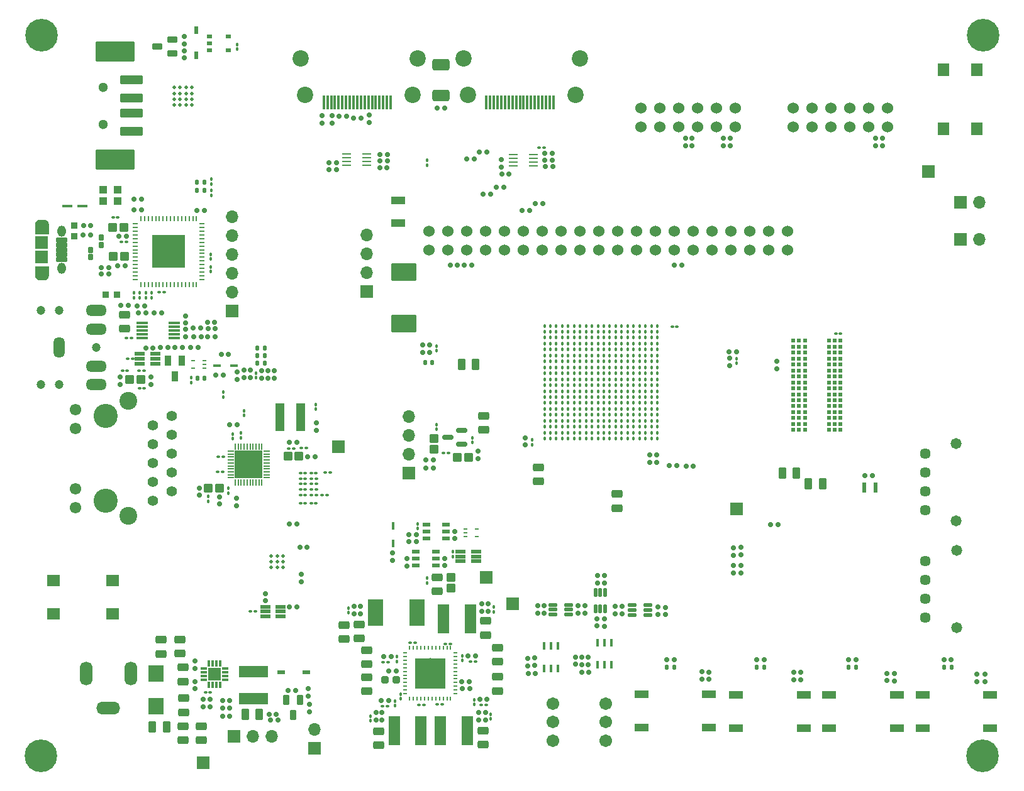
<source format=gts>
G04 #@! TF.GenerationSoftware,KiCad,Pcbnew,8.0.8*
G04 #@! TF.CreationDate,2025-12-16T16:02:55-05:00*
G04 #@! TF.ProjectId,FPGA-BOARD,46504741-2d42-44f4-9152-442e6b696361,rev?*
G04 #@! TF.SameCoordinates,Original*
G04 #@! TF.FileFunction,Soldermask,Top*
G04 #@! TF.FilePolarity,Negative*
%FSLAX46Y46*%
G04 Gerber Fmt 4.6, Leading zero omitted, Abs format (unit mm)*
G04 Created by KiCad (PCBNEW 8.0.8) date 2025-12-16 16:02:55*
%MOMM*%
%LPD*%
G01*
G04 APERTURE LIST*
G04 Aperture macros list*
%AMRoundRect*
0 Rectangle with rounded corners*
0 $1 Rounding radius*
0 $2 $3 $4 $5 $6 $7 $8 $9 X,Y pos of 4 corners*
0 Add a 4 corners polygon primitive as box body*
4,1,4,$2,$3,$4,$5,$6,$7,$8,$9,$2,$3,0*
0 Add four circle primitives for the rounded corners*
1,1,$1+$1,$2,$3*
1,1,$1+$1,$4,$5*
1,1,$1+$1,$6,$7*
1,1,$1+$1,$8,$9*
0 Add four rect primitives between the rounded corners*
20,1,$1+$1,$2,$3,$4,$5,0*
20,1,$1+$1,$4,$5,$6,$7,0*
20,1,$1+$1,$6,$7,$8,$9,0*
20,1,$1+$1,$8,$9,$2,$3,0*%
G04 Aperture macros list end*
%ADD10C,0.010000*%
%ADD11RoundRect,0.101750X0.590250X0.305250X-0.590250X0.305250X-0.590250X-0.305250X0.590250X-0.305250X0*%
%ADD12RoundRect,0.100000X0.100000X-0.130000X0.100000X0.130000X-0.100000X0.130000X-0.100000X-0.130000X0*%
%ADD13RoundRect,0.147500X0.147500X0.172500X-0.147500X0.172500X-0.147500X-0.172500X0.147500X-0.172500X0*%
%ADD14RoundRect,0.159000X0.189000X-0.159000X0.189000X0.159000X-0.189000X0.159000X-0.189000X-0.159000X0*%
%ADD15RoundRect,0.100000X0.130000X0.100000X-0.130000X0.100000X-0.130000X-0.100000X0.130000X-0.100000X0*%
%ADD16RoundRect,0.159000X-0.159000X-0.189000X0.159000X-0.189000X0.159000X0.189000X-0.159000X0.189000X0*%
%ADD17RoundRect,0.100000X-0.130000X-0.100000X0.130000X-0.100000X0.130000X0.100000X-0.130000X0.100000X0*%
%ADD18RoundRect,0.159000X0.159000X0.189000X-0.159000X0.189000X-0.159000X-0.189000X0.159000X-0.189000X0*%
%ADD19RoundRect,0.147500X-0.147500X-0.172500X0.147500X-0.172500X0.147500X0.172500X-0.147500X0.172500X0*%
%ADD20C,4.400000*%
%ADD21RoundRect,0.102000X0.584200X0.177800X-0.584200X0.177800X-0.584200X-0.177800X0.584200X-0.177800X0*%
%ADD22RoundRect,0.159000X-0.189000X0.159000X-0.189000X-0.159000X0.189000X-0.159000X0.189000X0.159000X0*%
%ADD23RoundRect,0.100000X-0.100000X0.130000X-0.100000X-0.130000X0.100000X-0.130000X0.100000X0.130000X0*%
%ADD24R,1.900000X1.000000*%
%ADD25R,1.700000X1.700000*%
%ADD26RoundRect,0.269000X-0.494000X0.269000X-0.494000X-0.269000X0.494000X-0.269000X0.494000X0.269000X0*%
%ADD27R,0.457200X1.117600*%
%ADD28RoundRect,0.102000X0.485000X-0.500000X0.485000X0.500000X-0.485000X0.500000X-0.485000X-0.500000X0*%
%ADD29R,1.168400X0.254000*%
%ADD30O,1.700000X1.700000*%
%ADD31R,1.100000X1.000000*%
%ADD32R,0.609600X1.447800*%
%ADD33RoundRect,0.102000X-0.925000X-1.700000X0.925000X-1.700000X0.925000X1.700000X-0.925000X1.700000X0*%
%ADD34RoundRect,0.100500X-0.301500X0.616500X-0.301500X-0.616500X0.301500X-0.616500X0.301500X0.616500X0*%
%ADD35O,0.240000X0.599999*%
%ADD36O,0.599999X0.240000*%
%ADD37R,4.099999X4.099999*%
%ADD38C,0.499999*%
%ADD39R,0.450800X1.111200*%
%ADD40R,0.508000X0.279400*%
%ADD41RoundRect,0.102000X0.500000X0.485000X-0.500000X0.485000X-0.500000X-0.485000X0.500000X-0.485000X0*%
%ADD42R,2.150000X2.200000*%
%ADD43RoundRect,0.102000X0.150000X0.500000X-0.150000X0.500000X-0.150000X-0.500000X0.150000X-0.500000X0*%
%ADD44R,1.111200X0.450800*%
%ADD45RoundRect,0.102000X0.775000X0.650000X-0.775000X0.650000X-0.775000X-0.650000X0.775000X-0.650000X0*%
%ADD46R,1.905000X0.990600*%
%ADD47RoundRect,0.102000X-0.250000X0.300000X-0.250000X-0.300000X0.250000X-0.300000X0.250000X0.300000X0*%
%ADD48RoundRect,0.269000X0.269000X0.494000X-0.269000X0.494000X-0.269000X-0.494000X0.269000X-0.494000X0*%
%ADD49C,0.614000*%
%ADD50C,1.300000*%
%ADD51RoundRect,0.022080X-1.479920X0.529920X-1.479920X-0.529920X1.479920X-0.529920X1.479920X0.529920X0*%
%ADD52RoundRect,0.102000X-2.500000X1.250000X-2.500000X-1.250000X2.500000X-1.250000X2.500000X1.250000X0*%
%ADD53RoundRect,0.269000X0.494000X-0.269000X0.494000X0.269000X-0.494000X0.269000X-0.494000X-0.269000X0*%
%ADD54R,1.498600X3.987800*%
%ADD55C,1.524000*%
%ADD56R,1.016000X0.508000*%
%ADD57C,1.712000*%
%ADD58RoundRect,0.102000X-0.500000X-0.485000X0.500000X-0.485000X0.500000X0.485000X-0.500000X0.485000X0*%
%ADD59RoundRect,0.150000X0.587500X0.150000X-0.587500X0.150000X-0.587500X-0.150000X0.587500X-0.150000X0*%
%ADD60R,0.812800X0.203200*%
%ADD61R,0.203200X0.812800*%
%ADD62R,3.708400X3.708400*%
%ADD63R,0.300000X1.900000*%
%ADD64C,2.199000*%
%ADD65RoundRect,0.102000X0.250000X-0.300000X0.250000X0.300000X-0.250000X0.300000X-0.250000X-0.300000X0*%
%ADD66RoundRect,0.102000X0.650000X-0.775000X0.650000X0.775000X-0.650000X0.775000X-0.650000X-0.775000X0*%
%ADD67RoundRect,0.269000X-0.269000X-0.494000X0.269000X-0.494000X0.269000X0.494000X-0.269000X0.494000X0*%
%ADD68C,3.250000*%
%ADD69C,1.400000*%
%ADD70C,1.550000*%
%ADD71C,2.400000*%
%ADD72C,0.457200*%
%ADD73R,0.754800X0.254000*%
%ADD74R,0.254000X0.754800*%
%ADD75R,4.445000X4.445000*%
%ADD76R,0.965200X0.939800*%
%ADD77R,0.977900X0.558800*%
%ADD78C,1.447800*%
%ADD79C,1.473200*%
%ADD80R,1.111200X0.600800*%
%ADD81RoundRect,0.101750X-0.305250X0.590250X-0.305250X-0.590250X0.305250X-0.590250X0.305250X0.590250X0*%
%ADD82R,0.600800X1.111200*%
%ADD83R,1.358900X0.457200*%
%ADD84R,1.524000X0.330200*%
%ADD85RoundRect,0.102000X0.500000X-0.150000X0.500000X0.150000X-0.500000X0.150000X-0.500000X-0.150000X0*%
%ADD86O,1.712000X3.220000*%
%ADD87O,3.220000X1.712000*%
%ADD88R,0.800001X0.549999*%
%ADD89C,1.200000*%
%ADD90O,1.512000X2.820000*%
%ADD91O,2.820000X1.512000*%
%ADD92RoundRect,0.102000X-0.675000X0.200000X-0.675000X-0.200000X0.675000X-0.200000X0.675000X0.200000X0*%
%ADD93RoundRect,0.102000X-0.775000X0.750000X-0.775000X-0.750000X0.775000X-0.750000X0.775000X0.750000X0*%
%ADD94O,1.154000X1.504000*%
%ADD95R,0.939800X0.965200*%
%ADD96RoundRect,0.244000X0.244000X0.269000X-0.244000X0.269000X-0.244000X-0.269000X0.244000X-0.269000X0*%
%ADD97RoundRect,0.032500X0.397500X0.097500X-0.397500X0.097500X-0.397500X-0.097500X0.397500X-0.097500X0*%
%ADD98RoundRect,0.032500X0.097500X0.397500X-0.097500X0.397500X-0.097500X-0.397500X0.097500X-0.397500X0*%
%ADD99R,1.680000X1.680000*%
%ADD100RoundRect,0.249999X0.900001X-0.525001X0.900001X0.525001X-0.900001X0.525001X-0.900001X-0.525001X0*%
%ADD101R,3.987800X1.498600*%
%ADD102R,1.200000X3.700000*%
%ADD103RoundRect,0.102000X1.560000X-1.125000X1.560000X1.125000X-1.560000X1.125000X-1.560000X-1.125000X0*%
%ADD104C,0.508000*%
G04 APERTURE END LIST*
D10*
X75936000Y-75006000D02*
X75968000Y-75008000D01*
X75999000Y-75012000D01*
X76030000Y-75018000D01*
X76060000Y-75025000D01*
X76090000Y-75034000D01*
X76120000Y-75045000D01*
X76149000Y-75057000D01*
X76177000Y-75070000D01*
X76205000Y-75085000D01*
X76232000Y-75102000D01*
X76258000Y-75120000D01*
X76283000Y-75139000D01*
X76306000Y-75159000D01*
X76329000Y-75181000D01*
X76351000Y-75204000D01*
X76371000Y-75227000D01*
X76390000Y-75252000D01*
X76408000Y-75278000D01*
X76425000Y-75305000D01*
X76440000Y-75333000D01*
X76453000Y-75361000D01*
X76465000Y-75390000D01*
X76476000Y-75420000D01*
X76485000Y-75450000D01*
X76492000Y-75480000D01*
X76498000Y-75511000D01*
X76502000Y-75542000D01*
X76504000Y-75574000D01*
X76505000Y-75605000D01*
X76505000Y-76850000D01*
X74755000Y-76850000D01*
X74755000Y-75605000D01*
X74756000Y-75574000D01*
X74758000Y-75542000D01*
X74762000Y-75511000D01*
X74768000Y-75480000D01*
X74775000Y-75450000D01*
X74784000Y-75420000D01*
X74795000Y-75390000D01*
X74807000Y-75361000D01*
X74820000Y-75333000D01*
X74835000Y-75305000D01*
X74852000Y-75278000D01*
X74870000Y-75252000D01*
X74889000Y-75227000D01*
X74909000Y-75204000D01*
X74931000Y-75181000D01*
X74954000Y-75159000D01*
X74977000Y-75139000D01*
X75002000Y-75120000D01*
X75028000Y-75102000D01*
X75055000Y-75085000D01*
X75083000Y-75070000D01*
X75111000Y-75057000D01*
X75140000Y-75045000D01*
X75170000Y-75034000D01*
X75200000Y-75025000D01*
X75230000Y-75018000D01*
X75261000Y-75012000D01*
X75292000Y-75008000D01*
X75324000Y-75006000D01*
X75355000Y-75005000D01*
X75905000Y-75005000D01*
X75936000Y-75006000D01*
G36*
X75936000Y-75006000D02*
G01*
X75968000Y-75008000D01*
X75999000Y-75012000D01*
X76030000Y-75018000D01*
X76060000Y-75025000D01*
X76090000Y-75034000D01*
X76120000Y-75045000D01*
X76149000Y-75057000D01*
X76177000Y-75070000D01*
X76205000Y-75085000D01*
X76232000Y-75102000D01*
X76258000Y-75120000D01*
X76283000Y-75139000D01*
X76306000Y-75159000D01*
X76329000Y-75181000D01*
X76351000Y-75204000D01*
X76371000Y-75227000D01*
X76390000Y-75252000D01*
X76408000Y-75278000D01*
X76425000Y-75305000D01*
X76440000Y-75333000D01*
X76453000Y-75361000D01*
X76465000Y-75390000D01*
X76476000Y-75420000D01*
X76485000Y-75450000D01*
X76492000Y-75480000D01*
X76498000Y-75511000D01*
X76502000Y-75542000D01*
X76504000Y-75574000D01*
X76505000Y-75605000D01*
X76505000Y-76850000D01*
X74755000Y-76850000D01*
X74755000Y-75605000D01*
X74756000Y-75574000D01*
X74758000Y-75542000D01*
X74762000Y-75511000D01*
X74768000Y-75480000D01*
X74775000Y-75450000D01*
X74784000Y-75420000D01*
X74795000Y-75390000D01*
X74807000Y-75361000D01*
X74820000Y-75333000D01*
X74835000Y-75305000D01*
X74852000Y-75278000D01*
X74870000Y-75252000D01*
X74889000Y-75227000D01*
X74909000Y-75204000D01*
X74931000Y-75181000D01*
X74954000Y-75159000D01*
X74977000Y-75139000D01*
X75002000Y-75120000D01*
X75028000Y-75102000D01*
X75055000Y-75085000D01*
X75083000Y-75070000D01*
X75111000Y-75057000D01*
X75140000Y-75045000D01*
X75170000Y-75034000D01*
X75200000Y-75025000D01*
X75230000Y-75018000D01*
X75261000Y-75012000D01*
X75292000Y-75008000D01*
X75324000Y-75006000D01*
X75355000Y-75005000D01*
X75905000Y-75005000D01*
X75936000Y-75006000D01*
G37*
X76505000Y-82495000D02*
X76504000Y-82526000D01*
X76502000Y-82558000D01*
X76498000Y-82589000D01*
X76492000Y-82620000D01*
X76485000Y-82650000D01*
X76476000Y-82680000D01*
X76465000Y-82710000D01*
X76453000Y-82739000D01*
X76440000Y-82767000D01*
X76425000Y-82795000D01*
X76408000Y-82822000D01*
X76390000Y-82848000D01*
X76371000Y-82873000D01*
X76351000Y-82896000D01*
X76329000Y-82919000D01*
X76306000Y-82941000D01*
X76283000Y-82961000D01*
X76258000Y-82980000D01*
X76232000Y-82998000D01*
X76205000Y-83015000D01*
X76177000Y-83030000D01*
X76149000Y-83043000D01*
X76120000Y-83055000D01*
X76090000Y-83066000D01*
X76060000Y-83075000D01*
X76030000Y-83082000D01*
X75999000Y-83088000D01*
X75968000Y-83092000D01*
X75936000Y-83094000D01*
X75905000Y-83095000D01*
X75355000Y-83095000D01*
X75324000Y-83094000D01*
X75292000Y-83092000D01*
X75261000Y-83088000D01*
X75230000Y-83082000D01*
X75200000Y-83075000D01*
X75170000Y-83066000D01*
X75140000Y-83055000D01*
X75111000Y-83043000D01*
X75083000Y-83030000D01*
X75055000Y-83015000D01*
X75028000Y-82998000D01*
X75002000Y-82980000D01*
X74977000Y-82961000D01*
X74954000Y-82941000D01*
X74931000Y-82919000D01*
X74909000Y-82896000D01*
X74889000Y-82873000D01*
X74870000Y-82848000D01*
X74852000Y-82822000D01*
X74835000Y-82795000D01*
X74820000Y-82767000D01*
X74807000Y-82739000D01*
X74795000Y-82710000D01*
X74784000Y-82680000D01*
X74775000Y-82650000D01*
X74768000Y-82620000D01*
X74762000Y-82589000D01*
X74758000Y-82558000D01*
X74756000Y-82526000D01*
X74755000Y-82495000D01*
X74755000Y-81250000D01*
X76505000Y-81250000D01*
X76505000Y-82495000D01*
G36*
X76505000Y-82495000D02*
G01*
X76504000Y-82526000D01*
X76502000Y-82558000D01*
X76498000Y-82589000D01*
X76492000Y-82620000D01*
X76485000Y-82650000D01*
X76476000Y-82680000D01*
X76465000Y-82710000D01*
X76453000Y-82739000D01*
X76440000Y-82767000D01*
X76425000Y-82795000D01*
X76408000Y-82822000D01*
X76390000Y-82848000D01*
X76371000Y-82873000D01*
X76351000Y-82896000D01*
X76329000Y-82919000D01*
X76306000Y-82941000D01*
X76283000Y-82961000D01*
X76258000Y-82980000D01*
X76232000Y-82998000D01*
X76205000Y-83015000D01*
X76177000Y-83030000D01*
X76149000Y-83043000D01*
X76120000Y-83055000D01*
X76090000Y-83066000D01*
X76060000Y-83075000D01*
X76030000Y-83082000D01*
X75999000Y-83088000D01*
X75968000Y-83092000D01*
X75936000Y-83094000D01*
X75905000Y-83095000D01*
X75355000Y-83095000D01*
X75324000Y-83094000D01*
X75292000Y-83092000D01*
X75261000Y-83088000D01*
X75230000Y-83082000D01*
X75200000Y-83075000D01*
X75170000Y-83066000D01*
X75140000Y-83055000D01*
X75111000Y-83043000D01*
X75083000Y-83030000D01*
X75055000Y-83015000D01*
X75028000Y-82998000D01*
X75002000Y-82980000D01*
X74977000Y-82961000D01*
X74954000Y-82941000D01*
X74931000Y-82919000D01*
X74909000Y-82896000D01*
X74889000Y-82873000D01*
X74870000Y-82848000D01*
X74852000Y-82822000D01*
X74835000Y-82795000D01*
X74820000Y-82767000D01*
X74807000Y-82739000D01*
X74795000Y-82710000D01*
X74784000Y-82680000D01*
X74775000Y-82650000D01*
X74768000Y-82620000D01*
X74762000Y-82589000D01*
X74758000Y-82558000D01*
X74756000Y-82526000D01*
X74755000Y-82495000D01*
X74755000Y-81250000D01*
X76505000Y-81250000D01*
X76505000Y-82495000D01*
G37*
D11*
X93222500Y-52572500D03*
X93222500Y-50742500D03*
X91172500Y-51657500D03*
D12*
X136100000Y-142270000D03*
X136100000Y-141630000D03*
D13*
X97510000Y-69980000D03*
X96540000Y-69980000D03*
D14*
X159560000Y-128225000D03*
X159560000Y-127225000D03*
D15*
X111095000Y-109875000D03*
X110455000Y-109875000D03*
D12*
X102890000Y-101400000D03*
X102890000Y-100760000D03*
D16*
X97980000Y-90750000D03*
X98980000Y-90750000D03*
D17*
X110465000Y-111375000D03*
X111105000Y-111375000D03*
D16*
X128870000Y-59990000D03*
X129870000Y-59990000D03*
D17*
X113380000Y-112125000D03*
X114020000Y-112125000D03*
D18*
X144375000Y-66025000D03*
X143375000Y-66025000D03*
D19*
X104665000Y-92340000D03*
X105635000Y-92340000D03*
D20*
X202250000Y-147250000D03*
D21*
X134116400Y-121035400D03*
X134116400Y-120375000D03*
X134116400Y-119714600D03*
X132033600Y-119714600D03*
X132033600Y-120375000D03*
X132033600Y-121035400D03*
D18*
X98920000Y-88830000D03*
X97920000Y-88830000D03*
D17*
X111915000Y-109125000D03*
X112555000Y-109125000D03*
D13*
X128220000Y-94230000D03*
X127250000Y-94230000D03*
D22*
X114750000Y-60975000D03*
X114750000Y-61975000D03*
D14*
X150360000Y-129750000D03*
X150360000Y-128750000D03*
D23*
X98370000Y-81340000D03*
X98370000Y-81980000D03*
D19*
X184240000Y-135301849D03*
X185210000Y-135301849D03*
D12*
X112500000Y-100540000D03*
X112500000Y-99900000D03*
D24*
X123600000Y-72425000D03*
X123600000Y-75425000D03*
D23*
X169140000Y-93725000D03*
X169140000Y-94365000D03*
D14*
X95010000Y-88940000D03*
X95010000Y-87940000D03*
X174600000Y-95100000D03*
X174600000Y-94100000D03*
D18*
X89090000Y-73660000D03*
X88090000Y-73660000D03*
D25*
X135450000Y-123170000D03*
D15*
X130345000Y-106475000D03*
X129705000Y-106475000D03*
D26*
X135000000Y-143850000D03*
X135000000Y-145750000D03*
X137000000Y-136600000D03*
X137000000Y-138500000D03*
X116300000Y-129600000D03*
X116300000Y-131500000D03*
D18*
X92650000Y-92220000D03*
X91650000Y-92220000D03*
D27*
X143246698Y-135451900D03*
X144196699Y-135451900D03*
X145146700Y-135451900D03*
X145146700Y-132454700D03*
X144196699Y-132454700D03*
X143246698Y-132454700D03*
D16*
X111435000Y-106970000D03*
X112435000Y-106970000D03*
D17*
X182520000Y-90360000D03*
X183160000Y-90360000D03*
D18*
X187450000Y-109475000D03*
X186450000Y-109475000D03*
D14*
X164475000Y-136926849D03*
X164475000Y-135926849D03*
D18*
X86880000Y-81210000D03*
X85880000Y-81210000D03*
D14*
X153785000Y-128100000D03*
X153785000Y-127100000D03*
D28*
X128425000Y-105920000D03*
X128425000Y-104450000D03*
D29*
X116656800Y-66149999D03*
X116656800Y-66650000D03*
X116656800Y-67150000D03*
X116656800Y-67650001D03*
X119400000Y-67650001D03*
X119400000Y-67150000D03*
X119400000Y-66650000D03*
X119400000Y-66149999D03*
D14*
X190400000Y-137151849D03*
X190400000Y-136151849D03*
D18*
X133190000Y-137280000D03*
X132190000Y-137280000D03*
D22*
X168775000Y-119200000D03*
X168775000Y-120200000D03*
D25*
X199325000Y-72675000D03*
D30*
X201865000Y-72675000D03*
D23*
X98060000Y-112280000D03*
X98060000Y-112920000D03*
D26*
X153110000Y-111960000D03*
X153110000Y-113860000D03*
D31*
X85830000Y-70980000D03*
X83930000Y-70980000D03*
X83930000Y-72480000D03*
X85830000Y-72480000D03*
D17*
X88790000Y-97740000D03*
X89430000Y-97740000D03*
D16*
X143375000Y-66950000D03*
X144375000Y-66950000D03*
D12*
X127490000Y-67650000D03*
X127490000Y-67010000D03*
D14*
X141071699Y-135128300D03*
X141071699Y-134128300D03*
D17*
X108910000Y-105810000D03*
X109550000Y-105810000D03*
D32*
X187908000Y-111125000D03*
X186307800Y-111125000D03*
D12*
X132250000Y-134420000D03*
X132250000Y-133780000D03*
D25*
X139000000Y-126800000D03*
D33*
X120590000Y-127970000D03*
X126140000Y-127970000D03*
D34*
X94512500Y-94030000D03*
X92612500Y-94030000D03*
X93562500Y-96150000D03*
D14*
X177825000Y-137026849D03*
X177825000Y-136026849D03*
D35*
X130675001Y-132724999D03*
X130175002Y-132724999D03*
X129675000Y-132724999D03*
X129175001Y-132724999D03*
X128674999Y-132724999D03*
X128175001Y-132724999D03*
X127675001Y-132724999D03*
X127175000Y-132724999D03*
X126675001Y-132724999D03*
X126174999Y-132724999D03*
X125675000Y-132724999D03*
X125175001Y-132724999D03*
D36*
X124525000Y-133375000D03*
X124525000Y-133874999D03*
X124525000Y-134375001D03*
X124525000Y-134875000D03*
X124525000Y-135375002D03*
X124525000Y-135875000D03*
X124525000Y-136375000D03*
X124525000Y-136875001D03*
X124525000Y-137375000D03*
X124525000Y-137875002D03*
X124525000Y-138375001D03*
X124525000Y-138875000D03*
D35*
X125175001Y-139525001D03*
X125675000Y-139525001D03*
X126174999Y-139525001D03*
X126675001Y-139525001D03*
X127175000Y-139525001D03*
X127675001Y-139525001D03*
X128175001Y-139525001D03*
X128674999Y-139525001D03*
X129175001Y-139525001D03*
X129675000Y-139525001D03*
X130175002Y-139525001D03*
X130675001Y-139525001D03*
D36*
X131325002Y-138875000D03*
X131325002Y-138375001D03*
X131325002Y-137875002D03*
X131325002Y-137375000D03*
X131325002Y-136875001D03*
X131325002Y-136375000D03*
X131325002Y-135875000D03*
X131325002Y-135375002D03*
X131325002Y-134875000D03*
X131325002Y-134375001D03*
X131325002Y-133874999D03*
X131325002Y-133375000D03*
D37*
X127925001Y-136125000D03*
D38*
X127925001Y-134325001D03*
X127925001Y-135424999D03*
X129725000Y-136125000D03*
X128625002Y-136125000D03*
X127225000Y-136125000D03*
X126125002Y-136125000D03*
X127925001Y-136825001D03*
X127925001Y-137924999D03*
D23*
X88035000Y-84860000D03*
X88035000Y-85500000D03*
D39*
X122900000Y-116300000D03*
X122900000Y-118600000D03*
D18*
X94590000Y-92230000D03*
X93590000Y-92230000D03*
X107220000Y-141630000D03*
X106220000Y-141630000D03*
D22*
X120650000Y-141400000D03*
X120650000Y-142400000D03*
D16*
X143400000Y-67850000D03*
X144400000Y-67850000D03*
D40*
X97524300Y-95000126D03*
X97524300Y-94500000D03*
X97524300Y-93999874D03*
X96025700Y-93999874D03*
X96025700Y-95000126D03*
D41*
X133075000Y-107050000D03*
X131605000Y-107050000D03*
D18*
X161140000Y-108160000D03*
X160140000Y-108160000D03*
X115275000Y-67325000D03*
X114275000Y-67325000D03*
X138550000Y-68875000D03*
X137550000Y-68875000D03*
D17*
X85230000Y-74670000D03*
X85870000Y-74670000D03*
X125240000Y-131980000D03*
X125880000Y-131980000D03*
D42*
X91035000Y-136130000D03*
X91035000Y-140530000D03*
D22*
X135700000Y-126800000D03*
X135700000Y-127800000D03*
D15*
X87130000Y-95380000D03*
X86490000Y-95380000D03*
D14*
X187875000Y-65025000D03*
X187875000Y-64025000D03*
D23*
X104460000Y-95670000D03*
X104460000Y-96310000D03*
D43*
X151485000Y-125245000D03*
X150825000Y-125245000D03*
X150165000Y-125245000D03*
X150165000Y-127425000D03*
X150825000Y-127425000D03*
X151485000Y-127425000D03*
D14*
X201515000Y-137226849D03*
X201515000Y-136226849D03*
D22*
X98280000Y-139660000D03*
X98280000Y-140660000D03*
D14*
X169750000Y-122575000D03*
X169750000Y-121575000D03*
D20*
X202350000Y-50120000D03*
D14*
X188775000Y-65025000D03*
X188775000Y-64025000D03*
D22*
X112600000Y-102360000D03*
X112600000Y-103360000D03*
D26*
X142475000Y-108375000D03*
X142475000Y-110275000D03*
D44*
X101530000Y-94680000D03*
X99230000Y-94680000D03*
D14*
X105767600Y-126364411D03*
X105767600Y-125364411D03*
D25*
X97390000Y-148150000D03*
D19*
X197107500Y-135276849D03*
X198077500Y-135276849D03*
D22*
X111470000Y-138220000D03*
X111470000Y-139220000D03*
X117700000Y-127100000D03*
X117700000Y-128100000D03*
D23*
X126220000Y-116000000D03*
X126220000Y-116640000D03*
D45*
X85180000Y-128090000D03*
X77230000Y-128090000D03*
X85180000Y-123590000D03*
X77230000Y-123590000D03*
D46*
X194189099Y-138999999D03*
X194189099Y-143500001D03*
X203289101Y-143500001D03*
X203289101Y-138999999D03*
D14*
X148735000Y-128025000D03*
X148735000Y-127025000D03*
X162300000Y-65025000D03*
X162300000Y-64025000D03*
D17*
X110455000Y-113245000D03*
X111095000Y-113245000D03*
D18*
X87020000Y-77230000D03*
X86020000Y-77230000D03*
D16*
X108820000Y-138460000D03*
X109820000Y-138460000D03*
D47*
X82230000Y-79060000D03*
X82230000Y-80060000D03*
D48*
X180740000Y-110600000D03*
X178840000Y-110600000D03*
D13*
X105635000Y-93330000D03*
X104665000Y-93330000D03*
D12*
X119850000Y-142520000D03*
X119850000Y-141880000D03*
D22*
X140675000Y-104375000D03*
X140675000Y-105375000D03*
D12*
X116900000Y-127970000D03*
X116900000Y-127330000D03*
D22*
X90320000Y-96220000D03*
X90320000Y-97220000D03*
D16*
X96550000Y-73770000D03*
X97550000Y-73770000D03*
D49*
X183175000Y-103325000D03*
X182375000Y-103325000D03*
X181575000Y-103325000D03*
X178375000Y-103325000D03*
X177575000Y-103325000D03*
X176775000Y-103325000D03*
X183175000Y-102525000D03*
X182375000Y-102525000D03*
X181575000Y-102525000D03*
X178375000Y-102525000D03*
X177575000Y-102525000D03*
X176775000Y-102525000D03*
X183175000Y-101725000D03*
X182375000Y-101725000D03*
X181575000Y-101725000D03*
X178375000Y-101725000D03*
X177575000Y-101725000D03*
X176775000Y-101725000D03*
X183175000Y-100925000D03*
X182375000Y-100925000D03*
X181575000Y-100925000D03*
X178375000Y-100925000D03*
X177575000Y-100925000D03*
X176775000Y-100925000D03*
X183175000Y-100125000D03*
X182375000Y-100125000D03*
X181575000Y-100125000D03*
X178375000Y-100125000D03*
X177575000Y-100125000D03*
X176775000Y-100125000D03*
X183175000Y-99325000D03*
X182375000Y-99325000D03*
X181575000Y-99325000D03*
X178375000Y-99325000D03*
X177575000Y-99325000D03*
X176775000Y-99325000D03*
X183175000Y-98525000D03*
X182375000Y-98525000D03*
X181575000Y-98525000D03*
X178375000Y-98525000D03*
X177575000Y-98525000D03*
X176775000Y-98525000D03*
X183175000Y-97725000D03*
X182375000Y-97725000D03*
X181575000Y-97725000D03*
X178375000Y-97725000D03*
X177575000Y-97725000D03*
X176775000Y-97725000D03*
X183175000Y-96925000D03*
X182375000Y-96925000D03*
X181575000Y-96925000D03*
X178375000Y-96925000D03*
X177575000Y-96925000D03*
X176775000Y-96925000D03*
X183175000Y-96125000D03*
X182375000Y-96125000D03*
X181575000Y-96125000D03*
X178375000Y-96125000D03*
X177575000Y-96125000D03*
X176775000Y-96125000D03*
X183175000Y-95325000D03*
X182375000Y-95325000D03*
X181575000Y-95325000D03*
X178375000Y-95325000D03*
X177575000Y-95325000D03*
X176775000Y-95325000D03*
X183175000Y-94525000D03*
X182375000Y-94525000D03*
X181575000Y-94525000D03*
X178375000Y-94525000D03*
X177575000Y-94525000D03*
X176775000Y-94525000D03*
X183175000Y-93725000D03*
X182375000Y-93725000D03*
X181575000Y-93725000D03*
X178375000Y-93725000D03*
X177575000Y-93725000D03*
X176775000Y-93725000D03*
X183175000Y-92925000D03*
X182375000Y-92925000D03*
X181575000Y-92925000D03*
X178375000Y-92925000D03*
X177575000Y-92925000D03*
X176775000Y-92925000D03*
X183175000Y-92125000D03*
X182375000Y-92125000D03*
X181575000Y-92125000D03*
X178375000Y-92125000D03*
X177575000Y-92125000D03*
X176775000Y-92125000D03*
X183175000Y-91325000D03*
X182375000Y-91325000D03*
X181575000Y-91325000D03*
X178375000Y-91325000D03*
X177575000Y-91325000D03*
X176775000Y-91325000D03*
D14*
X124800000Y-121660000D03*
X124800000Y-120660000D03*
D50*
X83890000Y-57120000D03*
X83890000Y-62120000D03*
D51*
X87740000Y-56120000D03*
X87740000Y-58620000D03*
X87740000Y-60620000D03*
X87740000Y-63120000D03*
D52*
X85490000Y-52370000D03*
X85490000Y-66870000D03*
D53*
X119400000Y-134900000D03*
X119400000Y-133000000D03*
D54*
X123063200Y-143870000D03*
X126670000Y-143870000D03*
D27*
X150424999Y-134999200D03*
X151375000Y-134999200D03*
X152325001Y-134999200D03*
X152325001Y-132002000D03*
X151375000Y-132002000D03*
X150424999Y-132002000D03*
D48*
X92420000Y-143330000D03*
X90520000Y-143330000D03*
D19*
X171890000Y-135276849D03*
X172860000Y-135276849D03*
D17*
X111915000Y-113235000D03*
X112555000Y-113235000D03*
D22*
X101870000Y-112520000D03*
X101870000Y-113520000D03*
D23*
X101897500Y-51382502D03*
X101897500Y-52022502D03*
D14*
X97330000Y-140610000D03*
X97330000Y-139610000D03*
D54*
X132926800Y-143860000D03*
X129320000Y-143860000D03*
D55*
X189495100Y-62469573D03*
X186955100Y-62469573D03*
X184415100Y-62469573D03*
X181875100Y-62469573D03*
X179335100Y-62469573D03*
X176795100Y-62469573D03*
X189495100Y-59929573D03*
X186955100Y-59929573D03*
X184415100Y-59929573D03*
X181875100Y-59929573D03*
X179335100Y-59929573D03*
X176795100Y-59929573D03*
D14*
X152835000Y-128100000D03*
X152835000Y-127100000D03*
D16*
X121700000Y-133850000D03*
X122700000Y-133850000D03*
D28*
X130700000Y-124670000D03*
X130700000Y-123200000D03*
D14*
X134450000Y-142400000D03*
X134450000Y-141400000D03*
D16*
X108985000Y-105040000D03*
X109985000Y-105040000D03*
D17*
X126420000Y-140360000D03*
X127060000Y-140360000D03*
D13*
X97567500Y-96325000D03*
X96597500Y-96325000D03*
D12*
X128800000Y-92670000D03*
X128800000Y-92030000D03*
D26*
X135400000Y-129050000D03*
X135400000Y-130950000D03*
D16*
X134575000Y-65900000D03*
X135575000Y-65900000D03*
D56*
X127383000Y-116050000D03*
X127383000Y-117000001D03*
X127383000Y-117950002D03*
X130050000Y-117950002D03*
X130050000Y-117000001D03*
X130050000Y-116050000D03*
D57*
X151510000Y-145210000D03*
X151510000Y-142710000D03*
X151510000Y-140210000D03*
D58*
X98070001Y-111160300D03*
X99540001Y-111160300D03*
D14*
X105210000Y-96340000D03*
X105210000Y-95340000D03*
D12*
X100050000Y-98890000D03*
X100050000Y-98250000D03*
D25*
X199325000Y-77675000D03*
D30*
X201865000Y-77675000D03*
D14*
X163175000Y-65025000D03*
X163175000Y-64025000D03*
D53*
X128900000Y-125100000D03*
X128900000Y-123200000D03*
D26*
X121000000Y-143950000D03*
X121000000Y-145850000D03*
D18*
X163350000Y-108180000D03*
X162350000Y-108180000D03*
D22*
X131240000Y-116990000D03*
X131240000Y-117990000D03*
D16*
X108970000Y-115970000D03*
X109970000Y-115970000D03*
D59*
X132137500Y-105287500D03*
X132137500Y-103387500D03*
X130262500Y-104337500D03*
D22*
X94812500Y-50312500D03*
X94812500Y-51312500D03*
X95020000Y-89780000D03*
X95020000Y-90780000D03*
D14*
X150460000Y-123950000D03*
X150460000Y-122950000D03*
D22*
X168240000Y-93690000D03*
X168240000Y-94690000D03*
D55*
X127770000Y-79090000D03*
X127770000Y-76550000D03*
X130310000Y-79090000D03*
X130310000Y-76550000D03*
X132850000Y-79090000D03*
X132850000Y-76550000D03*
X135390000Y-79090000D03*
X135390000Y-76550000D03*
X137930000Y-79090000D03*
X137930000Y-76550000D03*
X140470000Y-79090000D03*
X140470000Y-76550000D03*
X143010000Y-79090000D03*
X143010000Y-76550000D03*
X145550000Y-79090000D03*
X145550000Y-76550000D03*
X148090000Y-79090000D03*
X148090000Y-76550000D03*
X150630000Y-79090000D03*
X150630000Y-76550000D03*
X153170000Y-79090000D03*
X153170000Y-76550000D03*
X155710000Y-79090000D03*
X155710000Y-76550000D03*
X158250000Y-79090000D03*
X158250000Y-76550000D03*
X160790000Y-79090000D03*
X160790000Y-76550000D03*
X163330000Y-79090000D03*
X163330000Y-76550000D03*
X165870000Y-79090000D03*
X165870000Y-76550000D03*
X168410000Y-79090000D03*
X168410000Y-76550000D03*
X170950000Y-79090000D03*
X170950000Y-76550000D03*
X173490000Y-79090000D03*
X173490000Y-76550000D03*
X176030000Y-79090000D03*
X176030000Y-76550000D03*
D16*
X127320000Y-107330000D03*
X128320000Y-107330000D03*
X159750000Y-134276849D03*
X160750000Y-134276849D03*
D18*
X131600000Y-81125000D03*
X130600000Y-81125000D03*
D14*
X147785000Y-128025000D03*
X147785000Y-127025000D03*
D15*
X122220000Y-134600000D03*
X121580000Y-134600000D03*
D14*
X118550000Y-128100000D03*
X118550000Y-127100000D03*
D22*
X126925000Y-91875000D03*
X126925000Y-92875000D03*
D60*
X101074701Y-106175301D03*
X101074701Y-106575300D03*
X101074701Y-106975299D03*
X101074701Y-107375301D03*
X101074701Y-107775300D03*
X101074701Y-108175300D03*
X101074701Y-108575299D03*
X101074701Y-108975301D03*
X101074701Y-109375300D03*
X101074701Y-109775299D03*
D61*
X101675002Y-110375600D03*
X102075001Y-110375600D03*
X102475000Y-110375600D03*
X102875002Y-110375600D03*
X103275001Y-110375600D03*
X103675001Y-110375600D03*
X104075000Y-110375600D03*
X104475002Y-110375600D03*
X104875001Y-110375600D03*
X105275000Y-110375600D03*
D60*
X105875301Y-109775299D03*
X105875301Y-109375300D03*
X105875301Y-108975301D03*
X105875301Y-108575299D03*
X105875301Y-108175300D03*
X105875301Y-107775300D03*
X105875301Y-107375301D03*
X105875301Y-106975299D03*
X105875301Y-106575300D03*
X105875301Y-106175301D03*
D61*
X105275000Y-105575000D03*
X104875001Y-105575000D03*
X104475002Y-105575000D03*
X104075000Y-105575000D03*
X103675001Y-105575000D03*
X103275001Y-105575000D03*
X102875002Y-105575000D03*
X102475000Y-105575000D03*
X102075001Y-105575000D03*
X101675002Y-105575000D03*
D62*
X103475001Y-107975300D03*
D17*
X91480000Y-84740000D03*
X92120000Y-84740000D03*
D63*
X135500000Y-59200000D03*
X136000000Y-59200000D03*
X136500000Y-59200000D03*
X137000000Y-59200000D03*
X137500000Y-59200000D03*
X138000000Y-59200000D03*
X138500000Y-59200000D03*
X139000000Y-59200000D03*
X139500000Y-59200000D03*
X140000000Y-59200000D03*
X140500000Y-59200000D03*
X141000000Y-59200000D03*
X141500000Y-59200000D03*
X142000000Y-59200000D03*
X142500000Y-59200000D03*
X143000000Y-59200000D03*
X143500000Y-59200000D03*
X144000000Y-59200000D03*
X144500000Y-59200000D03*
D64*
X147500000Y-58200000D03*
X133000000Y-58200000D03*
X148100000Y-53300000D03*
X132400000Y-53300000D03*
D14*
X176875000Y-137001849D03*
X176875000Y-136001849D03*
D53*
X91660000Y-133500000D03*
X91660000Y-131600000D03*
D65*
X83670000Y-78380000D03*
X83670000Y-77380000D03*
D18*
X89460000Y-86590000D03*
X88460000Y-86590000D03*
D16*
X197075000Y-134301849D03*
X198075000Y-134301849D03*
D66*
X197000000Y-62725000D03*
X197000000Y-54775000D03*
X201500000Y-62725000D03*
X201500000Y-54775000D03*
D40*
X132665000Y-116700000D03*
X132665000Y-117200126D03*
X132665000Y-117700252D03*
X134163600Y-117700252D03*
X134163600Y-116700000D03*
D18*
X87310000Y-86525000D03*
X86310000Y-86525000D03*
X109992600Y-127189411D03*
X108992600Y-127189411D03*
D12*
X133625000Y-105020000D03*
X133625000Y-104380000D03*
D16*
X117575000Y-61275000D03*
X118575000Y-61275000D03*
X132490000Y-81130000D03*
X133490000Y-81130000D03*
D58*
X87480000Y-96550000D03*
X88950000Y-96550000D03*
D67*
X103010000Y-141630000D03*
X104910000Y-141630000D03*
D46*
X169119999Y-139036848D03*
X169119999Y-143536850D03*
X178220001Y-143536850D03*
X178220001Y-139036848D03*
D16*
X99785000Y-93130126D03*
X100785000Y-93130126D03*
D53*
X94200000Y-133460000D03*
X94200000Y-131560000D03*
D68*
X84260000Y-101475000D03*
X84260000Y-112905000D03*
D69*
X93150000Y-101475000D03*
X90610000Y-102745000D03*
X93150000Y-104015000D03*
X90610000Y-105285000D03*
X93150000Y-106555000D03*
X90610000Y-107825000D03*
X93150000Y-109095000D03*
X90610000Y-110365000D03*
X93150000Y-111635000D03*
X90610000Y-112905000D03*
D70*
X80200000Y-100560000D03*
X80200000Y-103100000D03*
X80200000Y-111280000D03*
X80200000Y-113820000D03*
D71*
X87310000Y-99445000D03*
X87310000Y-114935000D03*
D72*
X158500000Y-104500000D03*
X157700000Y-104500000D03*
X156900000Y-104500000D03*
X156100000Y-104500000D03*
X155300000Y-104500000D03*
X154500000Y-104500000D03*
X153700001Y-104500000D03*
X152900001Y-104500000D03*
X152100001Y-104500000D03*
X151300001Y-104500000D03*
X150500001Y-104500000D03*
X149700001Y-104500000D03*
X148900001Y-104500000D03*
X148100001Y-104500000D03*
X147300001Y-104500000D03*
X146500001Y-104500000D03*
X145700001Y-104500000D03*
X144900002Y-104500000D03*
X144100002Y-104500000D03*
X143300002Y-104500000D03*
X158500000Y-103700000D03*
X157700000Y-103700000D03*
X156900000Y-103700000D03*
X156100000Y-103700000D03*
X155300000Y-103700000D03*
X154500000Y-103700000D03*
X153700001Y-103700000D03*
X152900001Y-103700000D03*
X152100001Y-103700000D03*
X151300001Y-103700000D03*
X150500001Y-103700000D03*
X149700001Y-103700000D03*
X148900001Y-103700000D03*
X148100001Y-103700000D03*
X147300001Y-103700000D03*
X146500001Y-103700000D03*
X145700001Y-103700000D03*
X144900002Y-103700000D03*
X144100002Y-103700000D03*
X143300002Y-103700000D03*
X158500000Y-102900000D03*
X157700000Y-102900000D03*
X156900000Y-102900000D03*
X156100000Y-102900000D03*
X155300000Y-102900000D03*
X154500000Y-102900000D03*
X153700001Y-102900000D03*
X152900001Y-102900000D03*
X152100001Y-102900000D03*
X151300001Y-102900000D03*
X150500001Y-102900000D03*
X149700001Y-102900000D03*
X148900001Y-102900000D03*
X148100001Y-102900000D03*
X147300001Y-102900000D03*
X146500001Y-102900000D03*
X145700001Y-102900000D03*
X144900002Y-102900000D03*
X144100002Y-102900000D03*
X143300002Y-102900000D03*
X158500000Y-102100000D03*
X157700000Y-102100000D03*
X156900000Y-102100000D03*
X156100000Y-102100000D03*
X155300000Y-102100000D03*
X154500000Y-102100000D03*
X153700001Y-102100000D03*
X152900001Y-102100000D03*
X152100001Y-102100000D03*
X151300001Y-102100000D03*
X150500001Y-102100000D03*
X149700001Y-102100000D03*
X148900001Y-102100000D03*
X148100001Y-102100000D03*
X147300001Y-102100000D03*
X146500001Y-102100000D03*
X145700001Y-102100000D03*
X144900002Y-102100000D03*
X144100002Y-102100000D03*
X143300002Y-102100000D03*
X158500000Y-101300000D03*
X157700000Y-101300000D03*
X156900000Y-101300000D03*
X156100000Y-101300000D03*
X155300000Y-101300000D03*
X154500000Y-101300000D03*
X153700001Y-101300000D03*
X152900001Y-101300000D03*
X152100001Y-101300000D03*
X151300001Y-101300000D03*
X150500001Y-101300000D03*
X149700001Y-101300000D03*
X148900001Y-101300000D03*
X148100001Y-101300000D03*
X147300001Y-101300000D03*
X146500001Y-101300000D03*
X145700001Y-101300000D03*
X144900002Y-101300000D03*
X144100002Y-101300000D03*
X143300002Y-101300000D03*
X158500000Y-100500000D03*
X157700000Y-100500000D03*
X156900000Y-100500000D03*
X156100000Y-100500000D03*
X155300000Y-100500000D03*
X154500000Y-100500000D03*
X153700001Y-100500000D03*
X152900001Y-100500000D03*
X152100001Y-100500000D03*
X151300001Y-100500000D03*
X150500001Y-100500000D03*
X149700001Y-100500000D03*
X148900001Y-100500000D03*
X148100001Y-100500000D03*
X147300001Y-100500000D03*
X146500001Y-100500000D03*
X145700001Y-100500000D03*
X144900002Y-100500000D03*
X144100002Y-100500000D03*
X143300002Y-100500000D03*
X158500000Y-99700001D03*
X157700000Y-99700001D03*
X156900000Y-99700001D03*
X156100000Y-99700001D03*
X155300000Y-99700001D03*
X154500000Y-99700001D03*
X153700001Y-99700001D03*
X152900001Y-99700001D03*
X152100001Y-99700001D03*
X151300001Y-99700001D03*
X150500001Y-99700001D03*
X149700001Y-99700001D03*
X148900001Y-99700001D03*
X148100001Y-99700001D03*
X147300001Y-99700001D03*
X146500001Y-99700001D03*
X145700001Y-99700001D03*
X144900002Y-99700001D03*
X144100002Y-99700001D03*
X143300002Y-99700001D03*
X158500000Y-98900001D03*
X157700000Y-98900001D03*
X156900000Y-98900001D03*
X156100000Y-98900001D03*
X155300000Y-98900001D03*
X154500000Y-98900001D03*
X153700001Y-98900001D03*
X152900001Y-98900001D03*
X152100001Y-98900001D03*
X151300001Y-98900001D03*
X150500001Y-98900001D03*
X149700001Y-98900001D03*
X148900001Y-98900001D03*
X148100001Y-98900001D03*
X147300001Y-98900001D03*
X146500001Y-98900001D03*
X145700001Y-98900001D03*
X144900002Y-98900001D03*
X144100002Y-98900001D03*
X143300002Y-98900001D03*
X158500000Y-98100001D03*
X157700000Y-98100001D03*
X156900000Y-98100001D03*
X156100000Y-98100001D03*
X155300000Y-98100001D03*
X154500000Y-98100001D03*
X153700001Y-98100001D03*
X152900001Y-98100001D03*
X152100001Y-98100001D03*
X151300001Y-98100001D03*
X150500001Y-98100001D03*
X149700001Y-98100001D03*
X148900001Y-98100001D03*
X148100001Y-98100001D03*
X147300001Y-98100001D03*
X146500001Y-98100001D03*
X145700001Y-98100001D03*
X144900002Y-98100001D03*
X144100002Y-98100001D03*
X143300002Y-98100001D03*
X158500000Y-97300001D03*
X157700000Y-97300001D03*
X156900000Y-97300001D03*
X156100000Y-97300001D03*
X155300000Y-97300001D03*
X154500000Y-97300001D03*
X153700001Y-97300001D03*
X152900001Y-97300001D03*
X152100001Y-97300001D03*
X151300001Y-97300001D03*
X150500001Y-97300001D03*
X149700001Y-97300001D03*
X148900001Y-97300001D03*
X148100001Y-97300001D03*
X147300001Y-97300001D03*
X146500001Y-97300001D03*
X145700001Y-97300001D03*
X144900002Y-97300001D03*
X144100002Y-97300001D03*
X143300002Y-97300001D03*
X158500000Y-96500001D03*
X157700000Y-96500001D03*
X156900000Y-96500001D03*
X156100000Y-96500001D03*
X155300000Y-96500001D03*
X154500000Y-96500001D03*
X153700001Y-96500001D03*
X152900001Y-96500001D03*
X152100001Y-96500001D03*
X151300001Y-96500001D03*
X150500001Y-96500001D03*
X149700001Y-96500001D03*
X148900001Y-96500001D03*
X148100001Y-96500001D03*
X147300001Y-96500001D03*
X146500001Y-96500001D03*
X145700001Y-96500001D03*
X144900002Y-96500001D03*
X144100002Y-96500001D03*
X143300002Y-96500001D03*
X158500000Y-95700001D03*
X157700000Y-95700001D03*
X156900000Y-95700001D03*
X156100000Y-95700001D03*
X155300000Y-95700001D03*
X154500000Y-95700001D03*
X153700001Y-95700001D03*
X152900001Y-95700001D03*
X152100001Y-95700001D03*
X151300001Y-95700001D03*
X150500001Y-95700001D03*
X149700001Y-95700001D03*
X148900001Y-95700001D03*
X148100001Y-95700001D03*
X147300001Y-95700001D03*
X146500001Y-95700001D03*
X145700001Y-95700001D03*
X144900002Y-95700001D03*
X144100002Y-95700001D03*
X143300002Y-95700001D03*
X158500000Y-94900001D03*
X157700000Y-94900001D03*
X156900000Y-94900001D03*
X156100000Y-94900001D03*
X155300000Y-94900001D03*
X154500000Y-94900001D03*
X153700001Y-94900001D03*
X152900001Y-94900001D03*
X152100001Y-94900001D03*
X151300001Y-94900001D03*
X150500001Y-94900001D03*
X149700001Y-94900001D03*
X148900001Y-94900001D03*
X148100001Y-94900001D03*
X147300001Y-94900001D03*
X146500001Y-94900001D03*
X145700001Y-94900001D03*
X144900002Y-94900001D03*
X144100002Y-94900001D03*
X143300002Y-94900001D03*
X158500000Y-94100001D03*
X157700000Y-94100001D03*
X156900000Y-94100001D03*
X156100000Y-94100001D03*
X155300000Y-94100001D03*
X154500000Y-94100001D03*
X153700001Y-94100001D03*
X152900001Y-94100001D03*
X152100001Y-94100001D03*
X151300001Y-94100001D03*
X150500001Y-94100001D03*
X149700001Y-94100001D03*
X148900001Y-94100001D03*
X148100001Y-94100001D03*
X147300001Y-94100001D03*
X146500001Y-94100001D03*
X145700001Y-94100001D03*
X144900002Y-94100001D03*
X144100002Y-94100001D03*
X143300002Y-94100001D03*
X158500000Y-93300001D03*
X157700000Y-93300001D03*
X156900000Y-93300001D03*
X156100000Y-93300001D03*
X155300000Y-93300001D03*
X154500000Y-93300001D03*
X153700001Y-93300001D03*
X152900001Y-93300001D03*
X152100001Y-93300001D03*
X151300001Y-93300001D03*
X150500001Y-93300001D03*
X149700001Y-93300001D03*
X148900001Y-93300001D03*
X148100001Y-93300001D03*
X147300001Y-93300001D03*
X146500001Y-93300001D03*
X145700001Y-93300001D03*
X144900002Y-93300001D03*
X144100002Y-93300001D03*
X143300002Y-93300001D03*
X158500000Y-92500001D03*
X157700000Y-92500001D03*
X156900000Y-92500001D03*
X156100000Y-92500001D03*
X155300000Y-92500001D03*
X154500000Y-92500001D03*
X153700001Y-92500001D03*
X152900001Y-92500001D03*
X152100001Y-92500001D03*
X151300001Y-92500001D03*
X150500001Y-92500001D03*
X149700001Y-92500001D03*
X148900001Y-92500001D03*
X148100001Y-92500001D03*
X147300001Y-92500001D03*
X146500001Y-92500001D03*
X145700001Y-92500001D03*
X144900002Y-92500001D03*
X144100002Y-92500001D03*
X143300002Y-92500001D03*
X158500000Y-91700001D03*
X157700000Y-91700001D03*
X156900000Y-91700001D03*
X156100000Y-91700001D03*
X155300000Y-91700001D03*
X154500000Y-91700001D03*
X153700001Y-91700001D03*
X152900001Y-91700001D03*
X152100001Y-91700001D03*
X151300001Y-91700001D03*
X150500001Y-91700001D03*
X149700001Y-91700001D03*
X148900001Y-91700001D03*
X148100001Y-91700001D03*
X147300001Y-91700001D03*
X146500001Y-91700001D03*
X145700001Y-91700001D03*
X144900002Y-91700001D03*
X144100002Y-91700001D03*
X143300002Y-91700001D03*
X158500000Y-90900002D03*
X157700000Y-90900002D03*
X156900000Y-90900002D03*
X156100000Y-90900002D03*
X155300000Y-90900002D03*
X154500000Y-90900002D03*
X153700001Y-90900002D03*
X152900001Y-90900002D03*
X152100001Y-90900002D03*
X151300001Y-90900002D03*
X150500001Y-90900002D03*
X149700001Y-90900002D03*
X148900001Y-90900002D03*
X148100001Y-90900002D03*
X147300001Y-90900002D03*
X146500001Y-90900002D03*
X145700001Y-90900002D03*
X144900002Y-90900002D03*
X144100002Y-90900002D03*
X143300002Y-90900002D03*
X158500000Y-90100002D03*
X157700000Y-90100002D03*
X156900000Y-90100002D03*
X156100000Y-90100002D03*
X155300000Y-90100002D03*
X154500000Y-90100002D03*
X153700001Y-90100002D03*
X152900001Y-90100002D03*
X152100001Y-90100002D03*
X151300001Y-90100002D03*
X150500001Y-90100002D03*
X149700001Y-90100002D03*
X148900001Y-90100002D03*
X148100001Y-90100002D03*
X147300001Y-90100002D03*
X146500001Y-90100002D03*
X145700001Y-90100002D03*
X144900002Y-90100002D03*
X144100002Y-90100002D03*
X143300002Y-90100002D03*
X158500000Y-89300002D03*
X157700000Y-89300002D03*
X156900000Y-89300002D03*
X156100000Y-89300002D03*
X155300000Y-89300002D03*
X154500000Y-89300002D03*
X153700001Y-89300002D03*
X152900001Y-89300002D03*
X152100001Y-89300002D03*
X151300001Y-89300002D03*
X150500001Y-89300002D03*
X149700001Y-89300002D03*
X148900001Y-89300002D03*
X148100001Y-89300002D03*
X147300001Y-89300002D03*
X146500001Y-89300002D03*
X145700001Y-89300002D03*
X144900002Y-89300002D03*
X144100002Y-89300002D03*
X143300002Y-89300002D03*
D73*
X88263701Y-75550000D03*
X88263701Y-76049999D03*
X88263701Y-76550000D03*
X88263701Y-77049999D03*
X88263701Y-77550001D03*
X88263701Y-78050000D03*
X88263701Y-78549999D03*
X88263701Y-79050000D03*
X88263701Y-79550000D03*
X88263701Y-80050001D03*
X88263701Y-80550000D03*
X88263701Y-81049999D03*
X88263701Y-81550001D03*
X88263701Y-82050000D03*
X88263701Y-82550001D03*
X88263701Y-83050000D03*
D74*
X88975000Y-83761299D03*
X89474999Y-83761299D03*
X89975000Y-83761299D03*
X90474999Y-83761299D03*
X90975001Y-83761299D03*
X91475000Y-83761299D03*
X91974999Y-83761299D03*
X92475000Y-83761299D03*
X92975000Y-83761299D03*
X93475001Y-83761299D03*
X93975000Y-83761299D03*
X94474999Y-83761299D03*
X94975001Y-83761299D03*
X95475000Y-83761299D03*
X95975001Y-83761299D03*
X96475000Y-83761299D03*
D73*
X97186299Y-83050000D03*
X97186299Y-82550001D03*
X97186299Y-82050000D03*
X97186299Y-81550001D03*
X97186299Y-81049999D03*
X97186299Y-80550000D03*
X97186299Y-80050001D03*
X97186299Y-79550000D03*
X97186299Y-79050000D03*
X97186299Y-78549999D03*
X97186299Y-78050000D03*
X97186299Y-77550001D03*
X97186299Y-77049999D03*
X97186299Y-76550000D03*
X97186299Y-76049999D03*
X97186299Y-75550000D03*
D74*
X96475000Y-74838701D03*
X95975001Y-74838701D03*
X95475000Y-74838701D03*
X94975001Y-74838701D03*
X94474999Y-74838701D03*
X93975000Y-74838701D03*
X93475001Y-74838701D03*
X92975000Y-74838701D03*
X92475000Y-74838701D03*
X91974999Y-74838701D03*
X91475000Y-74838701D03*
X90975001Y-74838701D03*
X90474999Y-74838701D03*
X89975000Y-74838701D03*
X89474999Y-74838701D03*
X88975000Y-74838701D03*
D75*
X92725000Y-79300000D03*
D14*
X147490000Y-134920000D03*
X147490000Y-133920000D03*
D26*
X119400000Y-136650000D03*
X119400000Y-138550000D03*
D25*
X112325000Y-146250000D03*
D30*
X112325000Y-143710000D03*
D13*
X97530000Y-71020000D03*
X96560000Y-71020000D03*
D12*
X136450000Y-127820000D03*
X136450000Y-127180000D03*
D16*
X127330000Y-108480000D03*
X128330000Y-108480000D03*
D23*
X98370000Y-79645000D03*
X98370000Y-80285000D03*
D14*
X151410000Y-123975000D03*
X151410000Y-122975000D03*
X129870000Y-121620000D03*
X129870000Y-120620000D03*
D76*
X85729300Y-85060000D03*
X84230700Y-85060000D03*
D67*
X175320000Y-109170000D03*
X177220000Y-109170000D03*
D16*
X81200000Y-77090000D03*
X82200000Y-77090000D03*
D17*
X110585000Y-105800000D03*
X111225000Y-105800000D03*
D15*
X98315000Y-138725000D03*
X97675000Y-138725000D03*
D14*
X96300000Y-135440000D03*
X96300000Y-134440000D03*
D77*
X128715250Y-121620001D03*
X128715250Y-120670000D03*
X128715250Y-119719999D03*
X125984750Y-119719999D03*
X125984750Y-120670000D03*
X125984750Y-121620001D03*
D18*
X141275000Y-73725000D03*
X140275000Y-73725000D03*
D14*
X149220000Y-134930000D03*
X149220000Y-133930000D03*
D18*
X90630000Y-92330000D03*
X89630000Y-92330000D03*
X136075000Y-71525000D03*
X135075000Y-71525000D03*
D22*
X119700000Y-60925000D03*
X119700000Y-61925000D03*
D12*
X127510000Y-123950000D03*
X127510000Y-123310000D03*
D14*
X134385000Y-107200000D03*
X134385000Y-106200000D03*
D22*
X168700000Y-121600000D03*
X168700000Y-122600000D03*
D78*
X194570001Y-120960000D03*
X194570001Y-123500000D03*
X194570001Y-126040000D03*
X194570001Y-128580000D03*
D79*
X198770000Y-129970000D03*
X198770000Y-119570000D03*
D80*
X107825000Y-135980000D03*
X111275000Y-135980000D03*
D81*
X110365000Y-139727500D03*
X108535000Y-139727500D03*
X109450000Y-141777500D03*
D82*
X96447500Y-49427500D03*
X96447500Y-52877500D03*
D16*
X81240000Y-75750000D03*
X82240000Y-75750000D03*
D83*
X79055300Y-73200000D03*
X81100000Y-73200000D03*
D16*
X106420000Y-142460000D03*
X107420000Y-142460000D03*
D84*
X93500000Y-90920000D03*
X93500000Y-90419998D03*
X93500000Y-89919999D03*
X93500000Y-89420000D03*
X93500000Y-88919998D03*
X89156600Y-88919998D03*
X89156600Y-89420000D03*
X89156600Y-89919999D03*
X89156600Y-90419998D03*
X89156600Y-90920000D03*
D48*
X134025000Y-94475000D03*
X132125000Y-94475000D03*
D16*
X136800000Y-70600000D03*
X137800000Y-70600000D03*
D25*
X101485000Y-144660000D03*
D30*
X104025000Y-144660000D03*
X106565000Y-144660000D03*
D12*
X123950000Y-139570000D03*
X123950000Y-138930000D03*
D14*
X158610000Y-128200000D03*
X158610000Y-127200000D03*
D16*
X83680000Y-82300000D03*
X84680000Y-82300000D03*
D18*
X169170000Y-92770000D03*
X168170000Y-92770000D03*
D25*
X115570000Y-105630000D03*
D16*
X142050000Y-72800000D03*
X143050000Y-72800000D03*
X96080000Y-90760000D03*
X97080000Y-90760000D03*
D12*
X98480000Y-70185000D03*
X98480000Y-69545000D03*
D23*
X98470000Y-71060000D03*
X98470000Y-71700000D03*
D15*
X161150000Y-89400000D03*
X160510000Y-89400000D03*
D16*
X121350000Y-139800000D03*
X122350000Y-139800000D03*
D29*
X139106800Y-66224999D03*
X139106800Y-66725000D03*
X139106800Y-67225000D03*
X139106800Y-67725001D03*
X141850000Y-67725001D03*
X141850000Y-67225000D03*
X141850000Y-66725000D03*
X141850000Y-66224999D03*
D58*
X85205000Y-76050000D03*
X86675000Y-76050000D03*
D14*
X101970000Y-96550000D03*
X101970000Y-95550000D03*
D12*
X102440000Y-104400000D03*
X102440000Y-103760000D03*
D14*
X142375000Y-128000000D03*
X142375000Y-127000000D03*
D17*
X133380000Y-134550000D03*
X134020000Y-134550000D03*
D22*
X94832500Y-52222500D03*
X94832500Y-53222500D03*
D85*
X157260000Y-128285000D03*
X157260000Y-127625000D03*
X157260000Y-126965000D03*
X155080000Y-126965000D03*
X155080000Y-127625000D03*
X155080000Y-128285000D03*
D18*
X135580000Y-139600000D03*
X134580000Y-139600000D03*
D22*
X99590000Y-112330000D03*
X99590000Y-113330000D03*
D18*
X174775000Y-116100000D03*
X173775000Y-116100000D03*
D23*
X89655000Y-84860000D03*
X89655000Y-85500000D03*
D16*
X141096699Y-136128300D03*
X142096699Y-136128300D03*
D15*
X87675000Y-90910000D03*
X87035000Y-90910000D03*
D53*
X135140000Y-103320000D03*
X135140000Y-101420000D03*
D17*
X111925000Y-110625000D03*
X112565000Y-110625000D03*
D15*
X100040000Y-106920000D03*
X99400000Y-106920000D03*
D18*
X84690000Y-81460000D03*
X83690000Y-81460000D03*
D14*
X189425000Y-137126849D03*
X189425000Y-136126849D03*
D25*
X125035000Y-109110000D03*
D30*
X125035000Y-106570000D03*
X125035000Y-104030000D03*
X125035000Y-101490000D03*
D15*
X104387600Y-127764411D03*
X103747600Y-127764411D03*
D14*
X102880000Y-96270000D03*
X102880000Y-95270000D03*
D86*
X87610000Y-136130000D03*
X81610000Y-136130000D03*
D87*
X84610000Y-140830000D03*
D22*
X99975000Y-139825000D03*
X99975000Y-140825000D03*
D16*
X184225000Y-134301849D03*
X185225000Y-134301849D03*
D53*
X86810000Y-89700000D03*
X86810000Y-87800000D03*
D23*
X141625000Y-104685000D03*
X141625000Y-105325000D03*
D18*
X134050000Y-133800000D03*
X133050000Y-133800000D03*
D17*
X113815800Y-109055800D03*
X114455800Y-109055800D03*
D12*
X133830000Y-140320000D03*
X133830000Y-139680000D03*
D16*
X95650000Y-92240000D03*
X96650000Y-92240000D03*
D14*
X202565000Y-137226849D03*
X202565000Y-136226849D03*
X106050000Y-96360000D03*
X106050000Y-95360000D03*
D15*
X122175000Y-140600000D03*
X121535000Y-140600000D03*
D23*
X128750000Y-102610000D03*
X128750000Y-103250000D03*
D22*
X96275000Y-137225000D03*
X96275000Y-138225000D03*
D25*
X101240000Y-87300000D03*
D30*
X101240000Y-84760000D03*
X101240000Y-82220000D03*
X101240000Y-79680000D03*
X101240000Y-77140000D03*
X101240000Y-74600000D03*
D17*
X134815000Y-140350000D03*
X135455000Y-140350000D03*
D88*
X98222499Y-50277501D03*
X98222499Y-51227502D03*
X98222499Y-52177500D03*
X100772499Y-52177500D03*
X100772499Y-50277501D03*
D18*
X133280000Y-138150000D03*
X132280000Y-138150000D03*
D23*
X88855000Y-84860000D03*
X88855000Y-85500000D03*
D16*
X148300000Y-136000000D03*
X149300000Y-136000000D03*
D14*
X157450000Y-107710000D03*
X157450000Y-106710000D03*
D89*
X75500000Y-87250000D03*
X75500000Y-97250000D03*
X78000000Y-87250000D03*
X78000000Y-97250000D03*
X83000000Y-92250000D03*
D90*
X78000000Y-92250000D03*
D91*
X83000000Y-97250000D03*
X83000000Y-87250000D03*
X83000000Y-94750000D03*
X83000000Y-89750000D03*
D25*
X119375000Y-84690000D03*
D30*
X119375000Y-82150000D03*
X119375000Y-79610000D03*
X119375000Y-77070000D03*
D14*
X143275000Y-128000000D03*
X143275000Y-127000000D03*
D54*
X133306800Y-128750000D03*
X129700000Y-128750000D03*
D78*
X194522999Y-106563400D03*
X194522999Y-109103400D03*
X194522999Y-111643400D03*
X194522999Y-114183400D03*
D79*
X198722998Y-115573400D03*
X198722998Y-105173400D03*
D16*
X121125000Y-67975000D03*
X122125000Y-67975000D03*
D26*
X118350000Y-129550000D03*
X118350000Y-131450000D03*
D15*
X87880000Y-93760000D03*
X87240000Y-93760000D03*
D22*
X86210000Y-96230000D03*
X86210000Y-97230000D03*
D14*
X148360000Y-134930000D03*
X148360000Y-133930000D03*
D18*
X122150000Y-66200000D03*
X121150000Y-66200000D03*
D15*
X112575000Y-112125000D03*
X111935000Y-112125000D03*
D16*
X160775000Y-81125000D03*
X161775000Y-81125000D03*
D18*
X115275000Y-68225000D03*
X114275000Y-68225000D03*
D14*
X168275000Y-65025000D03*
X168275000Y-64025000D03*
X134850000Y-127800000D03*
X134850000Y-126800000D03*
D55*
X168995100Y-62469573D03*
X166455100Y-62469573D03*
X163915100Y-62469573D03*
X161375100Y-62469573D03*
X158835100Y-62469573D03*
X156295100Y-62469573D03*
X168995100Y-59929573D03*
X166455100Y-59929573D03*
X163915100Y-59929573D03*
X161375100Y-59929573D03*
X158835100Y-59929573D03*
X156295100Y-59929573D03*
D15*
X129510000Y-140340000D03*
X128870000Y-140340000D03*
D46*
X181629999Y-138996848D03*
X181629999Y-143496850D03*
X190730001Y-143496850D03*
X190730001Y-138996848D03*
D17*
X110460000Y-110625000D03*
X111100000Y-110625000D03*
D16*
X90770000Y-87550000D03*
X91770000Y-87550000D03*
D22*
X122890000Y-119910000D03*
X122890000Y-120910000D03*
D26*
X94650000Y-143230000D03*
X94650000Y-145130000D03*
D14*
X137475000Y-67925000D03*
X137475000Y-66925000D03*
X165475000Y-136951849D03*
X165475000Y-135951849D03*
D92*
X78305000Y-77750000D03*
X78305000Y-78400000D03*
X78305000Y-79050000D03*
X78305000Y-79700000D03*
X78305000Y-80350000D03*
D93*
X75630000Y-80050000D03*
X75630000Y-78050000D03*
D94*
X78330000Y-76550000D03*
X78330000Y-81550000D03*
D16*
X88640000Y-87560000D03*
X89640000Y-87560000D03*
D12*
X123450000Y-134525000D03*
X123450000Y-133885000D03*
D95*
X80000000Y-77248600D03*
X80000000Y-75750000D03*
D96*
X123380000Y-136980000D03*
X121820000Y-136980000D03*
D53*
X137000000Y-134550000D03*
X137000000Y-132650000D03*
D22*
X158410000Y-106700000D03*
X158410000Y-107700000D03*
D14*
X169725000Y-120175000D03*
X169725000Y-119175000D03*
D17*
X111925000Y-111375000D03*
X112565000Y-111375000D03*
D19*
X104657500Y-94320000D03*
X105627500Y-94320000D03*
D23*
X100710000Y-111190000D03*
X100710000Y-111830000D03*
D17*
X88760000Y-95380000D03*
X89400000Y-95380000D03*
D18*
X116675000Y-61025000D03*
X115675000Y-61025000D03*
D16*
X99080000Y-95980000D03*
X100080000Y-95980000D03*
D18*
X97050000Y-89620000D03*
X96050000Y-89620000D03*
X100950000Y-141925000D03*
X99950000Y-141925000D03*
D41*
X110250000Y-106890000D03*
X108780000Y-106890000D03*
D14*
X100900000Y-140825000D03*
X100900000Y-139825000D03*
D58*
X85270000Y-79970000D03*
X86740000Y-79970000D03*
D22*
X111700000Y-140300000D03*
X111700000Y-141300000D03*
D16*
X171850000Y-134301849D03*
X172850000Y-134301849D03*
D22*
X110540000Y-122760000D03*
X110540000Y-123760000D03*
D18*
X126050000Y-117450000D03*
X125050000Y-117450000D03*
D14*
X127875000Y-92850000D03*
X127875000Y-91850000D03*
D12*
X130980000Y-120400000D03*
X130980000Y-119760000D03*
D18*
X89080000Y-72210000D03*
X88080000Y-72210000D03*
D14*
X103680000Y-96290000D03*
X103680000Y-95290000D03*
D22*
X151360000Y-128800000D03*
X151360000Y-129800000D03*
D16*
X98010000Y-89710000D03*
X99010000Y-89710000D03*
D14*
X121450000Y-142400000D03*
X121450000Y-141400000D03*
D18*
X111375000Y-119100000D03*
X110375000Y-119100000D03*
D26*
X97080000Y-143240000D03*
X97080000Y-145140000D03*
D16*
X121150000Y-67100000D03*
X122150000Y-67100000D03*
D22*
X96860000Y-111150000D03*
X96860000Y-112150000D03*
D15*
X130610000Y-132140000D03*
X129970000Y-132140000D03*
D23*
X95770000Y-96290000D03*
X95770000Y-96930000D03*
D12*
X123150000Y-140490000D03*
X123150000Y-139850000D03*
D17*
X111925000Y-109875000D03*
X112565000Y-109875000D03*
D14*
X106950000Y-96360000D03*
X106950000Y-95360000D03*
D15*
X99985000Y-109000000D03*
X99345000Y-109000000D03*
D85*
X146585000Y-128210000D03*
X146585000Y-127550000D03*
X146585000Y-126890000D03*
X144405000Y-126890000D03*
X144405000Y-127550000D03*
X144405000Y-128210000D03*
D63*
X113600000Y-59200000D03*
X114100000Y-59200000D03*
X114600000Y-59200000D03*
X115100000Y-59200000D03*
X115600000Y-59200000D03*
X116100000Y-59200000D03*
X116600000Y-59200000D03*
X117100000Y-59200000D03*
X117600000Y-59200000D03*
X118100000Y-59200000D03*
X118600000Y-59200000D03*
X119100000Y-59200000D03*
X119600000Y-59200000D03*
X120100000Y-59200000D03*
X120600000Y-59200000D03*
X121100000Y-59200000D03*
X121600000Y-59200000D03*
X122100000Y-59200000D03*
X122600000Y-59200000D03*
D64*
X125600000Y-58200000D03*
X111100000Y-58200000D03*
X126200000Y-53300000D03*
X110500000Y-53300000D03*
D14*
X167400000Y-65025000D03*
X167400000Y-64025000D03*
D20*
X75500000Y-147250000D03*
D21*
X90918300Y-94407100D03*
X90918300Y-93746700D03*
X90918300Y-93086300D03*
X88835500Y-93086300D03*
X88835500Y-93746700D03*
X88835500Y-94407100D03*
D14*
X142021699Y-135078300D03*
X142021699Y-134078300D03*
D97*
X100345000Y-136990000D03*
X100345000Y-136490000D03*
X100345000Y-135990000D03*
X100345000Y-135490000D03*
D98*
X99660000Y-134805000D03*
X99160000Y-134805000D03*
X98660000Y-134805000D03*
X98160000Y-134805000D03*
D97*
X97475000Y-135490000D03*
X97475000Y-135990000D03*
X97475000Y-136490000D03*
X97475000Y-136990000D03*
D98*
X98160000Y-137675000D03*
X98660000Y-137675000D03*
X99160000Y-137675000D03*
X99660000Y-137675000D03*
D99*
X98910000Y-136240000D03*
D46*
X156339999Y-138956848D03*
X156339999Y-143456850D03*
X165440001Y-143456850D03*
X165440001Y-138956848D03*
D21*
X107800000Y-128460400D03*
X107800000Y-127800000D03*
X107800000Y-127139600D03*
X105717200Y-127139600D03*
X105717200Y-127800000D03*
X105717200Y-128460400D03*
D100*
X129400000Y-58300000D03*
X129400000Y-54150000D03*
D18*
X133825000Y-66775000D03*
X132825000Y-66775000D03*
D101*
X104140000Y-139543400D03*
X104140000Y-135936600D03*
D22*
X135350000Y-141400000D03*
X135350000Y-142400000D03*
D102*
X107715000Y-101610000D03*
X110515000Y-101610000D03*
D57*
X144467500Y-145210000D03*
X144467500Y-142710000D03*
X144467500Y-140210000D03*
D18*
X123350000Y-135830000D03*
X122350000Y-135830000D03*
D53*
X94760000Y-141380000D03*
X94760000Y-139480000D03*
D103*
X124390000Y-82082500D03*
X124390000Y-88992500D03*
D23*
X90435000Y-84880000D03*
X90435000Y-85520000D03*
D15*
X111095000Y-109125000D03*
X110455000Y-109125000D03*
D16*
X100920000Y-102640000D03*
X101920000Y-102640000D03*
D18*
X126050000Y-118375000D03*
X125050000Y-118375000D03*
D22*
X113400000Y-60975000D03*
X113400000Y-61975000D03*
D17*
X86395000Y-78020000D03*
X87035000Y-78020000D03*
D20*
X75583274Y-50166726D03*
D15*
X143225000Y-65250000D03*
X142585000Y-65250000D03*
D26*
X94690000Y-135340000D03*
X94690000Y-137240000D03*
D25*
X195010000Y-68500000D03*
D19*
X159780000Y-135276849D03*
X160750000Y-135276849D03*
D25*
X169200000Y-114000000D03*
D17*
X110475000Y-112125000D03*
X111115000Y-112125000D03*
D12*
X101340000Y-104510000D03*
X101340000Y-103870000D03*
D104*
X108112400Y-120312537D03*
X107325000Y-120312537D03*
X106537600Y-120312537D03*
X108112400Y-121099937D03*
X107325000Y-121099937D03*
X106537600Y-121099937D03*
X108112400Y-121887337D03*
X107325000Y-121887337D03*
X106537600Y-121887337D03*
X95846541Y-59551099D03*
X95846541Y-58763699D03*
X95846541Y-57976299D03*
X95846541Y-57188899D03*
X95059141Y-59551099D03*
X95059141Y-58763699D03*
X95059141Y-57976299D03*
X95059141Y-57188899D03*
X94271741Y-59551099D03*
X94271741Y-58763699D03*
X94271741Y-57976299D03*
X94271741Y-57188899D03*
X93484341Y-59551099D03*
X93484341Y-58763699D03*
X93484341Y-57976299D03*
X93484341Y-57188899D03*
M02*

</source>
